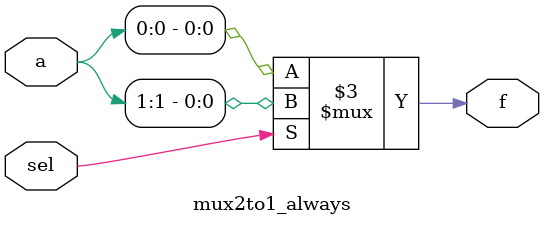
<source format=v>
`timescale 1ns/100ps

module mux2to1_always(f ,a, sel);

	output reg f;
	input [1:0] a;
	input sel;
	
	always @(a[0] or a[1] or sel)
	begin
		if(sel)
			f <= a[1];
		else
			f <= a[0];
	end











endmodule

</source>
